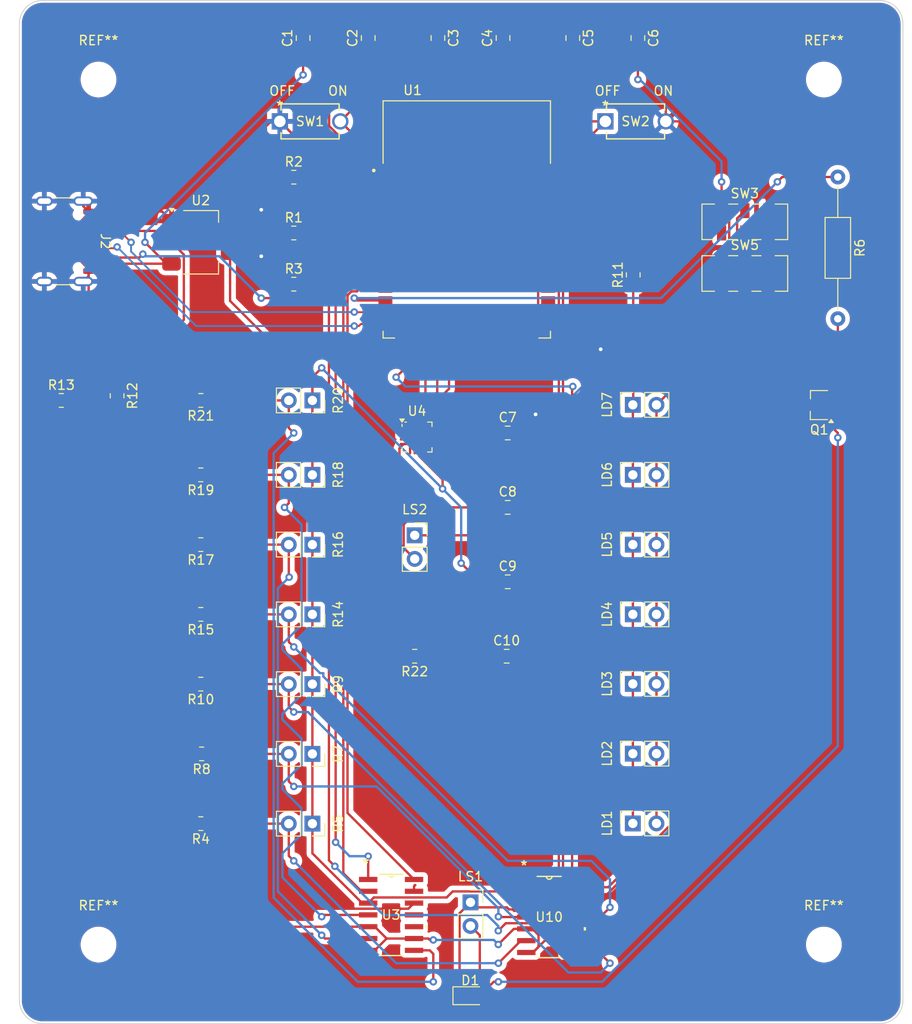
<source format=kicad_pcb>
(kicad_pcb (version 20240108) (generator "pcbnew") (generator_version "8.0")
  (layers (0 "F.Cu" signal) (31 "B.Cu" signal) (34 "B.Paste" user) (35 "F.Paste" user) (36 "B.SilkS" user "B.Silkscreen") (37 "F.SilkS" user "F.Silkscreen") (38 "B.Mask" user) (39 "F.Mask" user) (44 "Edge.Cuts" user))
  (net 0 "")
  (net 1 "+5V")
  (net 2 "GND")
  (net 3 "+3.3V")
  (net 4 "Net-(U1-EN)")
  (net 5 "Net-(U1-GPIO0)")
  (net 6 "Net-(D1-K)")
  (net 7 "Net-(D1-A)")
  (net 8 "Net-(J2-CC2)")
  (net 9 "/D+")
  (net 10 "/D-")
  (net 12 "Net-(J2-CC1)")
  (net 14 "/Laser Ground")
  (net 15 "/3.3V_Switch")
  (net 16 "Net-(Q1-B)")
  (net 17 "/D0")
  (net 18 "/Speaker")
  (net 19 "/D1")
  (net 20 "/D2")
  (net 21 "/3.3V_0.75")
  (net 22 "/D3")
  (net 23 "/D4")
  (net 24 "/D5")
  (net 25 "/D6")
  (net 26 "/A4")
  (net 32 "Net-(U4-OUTN)")
  (net 33 "/A6")
  (net 35 "/A0")
  (net 39 "/A2")
  (net 40 "/A1")
  (net 41 "Net-(U4-OUTP)")
  (net 48 "/A3")
  (net 52 "/A5")
  (net 53 "Net-(U4-~{SD_MODE})")
  (net 59 "unconnected-(U3-OUT4-Pad13)")
  (net 61 "/I2S2")
  (net 62 "/I2S1")
  (net 63 "/I2S3")
  (footprint "Capacitor_SMD:C_0805_2012Metric_Pad1.18x1.45mm_HandSolder" (layer "F.Cu") (at 149 86)
    (property "Reference" "C7")
    (property "Value" "220pF")
  )
  (footprint "MountingHole:MountingHole_3.2mm_M3" (layer "F.Cu") (at 105 141)
    (property "Reference" "REF**")
    (property "Value" "MountingHole_3.2mm_M3")
  )
  (footprint "Package_TO_SOT_SMD:TSOT-23_HandSoldering" (layer "F.Cu") (at 182.5 83 180)
    (property "Reference" "Q1")
    (property "Value" "NPN")
  )
  (footprint "footprints 2:SWDIP2_256X170P100" (layer "F.Cu") (at 131 52.5)
    (property "Reference" "SW1")
    (property "Value" "Reset")
  )
  (footprint "footprints 2:SWDIP2_256X170P100" (layer "F.Cu") (at 166 52.5)
    (property "Reference" "SW2")
    (property "Value" "Boot")
  )
  (footprint "footprints:D14" (layer "F.Cu") (at 153.4638 138.04)
    (property "Reference" "U10")
    (property "Value" "LM339DR")
  )
  (footprint "Resistor_SMD:R_0805_2012Metric_Pad1.20x1.40mm_HandSolder" (layer "F.Cu") (at 126 70)
    (property "Reference" "R3")
    (property "Value" "5.1 k")
  )
  (footprint "Connector_PinSocket_2.54mm:PinSocket_1x02_P2.54mm_Vertical" (layer "F.Cu") (at 139 97)
    (property "Reference" "LS2")
    (property "Value" "Speaker")
  )
  (footprint "Capacitor_SMD:C_0805_2012Metric_Pad1.18x1.45mm_HandSolder" (layer "F.Cu") (at 149 94)
    (property "Reference" "C8")
    (property "Value" "220pF")
  )
  (footprint "Capacitor_SMD:C_0805_2012Metric_Pad1.18x1.45mm_HandSolder" (layer "F.Cu") (at 141.5 43.5375 -90)
    (property "Reference" "C3")
    (property "Value" ".1uF")
  )
  (footprint "Resistor_SMD:R_0805_2012Metric_Pad1.20x1.40mm_HandSolder" (layer "F.Cu") (at 107 82 -90)
    (property "Reference" "R12")
    (property "Value" "60k")
  )
  (footprint "Resistor_SMD:R_0805_2012Metric_Pad1.20x1.40mm_HandSolder" (layer "F.Cu") (at 116 90.5 180)
    (property "Reference" "R19")
    (property "Value" "60k")
  )
  (footprint "Connector_PinSocket_2.54mm:PinSocket_1x02_P2.54mm_Vertical" (layer "F.Cu") (at 128 113 -90)
    (property "Reference" "R9")
    (property "Value" "R_Photo")
  )
  (footprint "Resistor_SMD:R_0805_2012Metric_Pad1.20x1.40mm_HandSolder" (layer "F.Cu") (at 101 82.5)
    (property "Reference" "R13")
    (property "Value" "180k")
  )
  (footprint "Connector_PinSocket_2.54mm:PinSocket_1x02_P2.54mm_Vertical" (layer "F.Cu") (at 145 136.46)
    (property "Reference" "LS1")
    (property "Value" "Speaker")
  )
  (footprint "Connector_PinSocket_2.54mm:PinSocket_1x02_P2.54mm_Vertical" (layer "F.Cu") (at 128 105.5 -90)
    (property "Reference" "R14")
    (property "Value" "R_Photo")
  )
  (footprint "Connector_PinSocket_2.54mm:PinSocket_1x02_P2.54mm_Vertical" (layer "F.Cu") (at 128 90.5 -90)
    (property "Reference" "R18")
    (property "Value" "R_Photo")
  )
  (footprint "Connector_PinSocket_2.54mm:PinSocket_1x02_P2.54mm_Vertical" (layer "F.Cu") (at 162.46 112.975 90)
    (property "Reference" "LD3")
    (property "Value" "SPL_PL90")
  )
  (footprint "Resistor_SMD:R_0805_2012Metric_Pad1.20x1.40mm_HandSolder" (layer "F.Cu") (at 116 113 180)
    (property "Reference" "R10")
    (property "Value" "60k")
  )
  (footprint "Resistor_SMD:R_0805_2012Metric_Pad1.20x1.40mm_HandSolder" (layer "F.Cu") (at 162.5 69 90)
    (property "Reference" "R11")
    (property "Value" "91")
  )
  (footprint "Connector_PinSocket_2.54mm:PinSocket_1x02_P2.54mm_Vertical" (layer "F.Cu") (at 162.46 82.975 90)
    (property "Reference" "LD7")
    (property "Value" "SPL_PL90")
  )
  (footprint "Connector_PinSocket_2.54mm:PinSocket_1x02_P2.54mm_Vertical" (layer "F.Cu") (at 128 98 -90)
    (property "Reference" "R16")
    (property "Value" "R_Photo")
  )
  (footprint "Connector_PinSocket_2.54mm:PinSocket_1x02_P2.54mm_Vertical" (layer "F.Cu") (at 162.46 127.975 90)
    (property "Reference" "LD1")
    (property "Value" "SPL_PL90")
  )
  (footprint "Resistor_SMD:R_0805_2012Metric_Pad1.20x1.40mm_HandSolder" (layer "F.Cu") (at 126 64.5)
    (property "Reference" "R1")
    (property "Value" "10k")
  )
  (footprint "Connector_PinSocket_2.54mm:PinSocket_1x02_P2.54mm_Vertical" (layer "F.Cu") (at 162.46 120.475 90)
    (property "Reference" "LD2")
    (property "Value" "SPL_PL90")
  )
  (footprint "Capacitor_SMD:C_0805_2012Metric_Pad1.18x1.45mm_HandSolder" (layer "F.Cu") (at 148.8875 110)
    (property "Reference" "C10")
    (property "Value" "0.1uF")
  )
  (footprint "footprints:D14" (layer "F.Cu") (at 136.4638 137.81)
    (property "Reference" "U3")
    (property "Value" "LM339DR")
  )
  (footprint "Resistor_SMD:R_0805_2012Metric_Pad1.20x1.40mm_HandSolder" (layer "F.Cu") (at 126 58.5)
    (property "Reference" "R2")
    (property "Value" "5.1 k")
  )
  (footprint "Package_DFN_QFN:TQFN-16-1EP_3x3mm_P0.5mm_EP1.23x1.23mm" (layer "F.Cu") (at 139.25 86.4375)
    (property "Reference" "U4")
    (property "Value" "MAX98357A")
  )
  (footprint "Resistor_SMD:R_0805_2012Metric_Pad1.20x1.40mm_HandSolder" (layer "F.Cu") (at 116 98 180)
    (property "Reference" "R17")
    (property "Value" "60k")
  )
  (footprint "Capacitor_SMD:C_0805_2012Metric_Pad1.18x1.45mm_HandSolder" (layer "F.Cu") (at 127 43.5375 90)
    (property "Reference" "C1")
    (property "Value" "100nF")
  )
  (footprint "Capacitor_SMD:C_0805_2012Metric_Pad1.18x1.45mm_HandSolder" (layer "F.Cu") (at 163 43.5375 -90)
    (property "Reference" "C6")
    (property "Value" ".1uF")
  )
  (footprint "Button_Switch_SMD:SW_DPDT_CK_JS202011JCQN" (layer "F.Cu") (at 174.5 63.3)
    (property "Reference" "SW3")
    (property "Value" "SW_SPDT")
  )
  (footprint "Connector_PinSocket_2.54mm:PinSocket_1x02_P2.54mm_Vertical" (layer "F.Cu") (at 128 120.5 -90)
    (property "Reference" "R7")
    (property "Value" "R_Photo")
  )
  (footprint "Capacitor_SMD:C_0805_2012Metric_Pad1.18x1.45mm_HandSolder" (layer "F.Cu") (at 149 102)
    (property "Reference" "C9")
    (property "Value" "10uF")
  )
  (footprint "Connector_USB:USB_C_Receptacle_GCT_USB4105-xx-A_16P_TopMnt_Horizontal" (layer "F.Cu") (at 100.255 65.39 -90)
    (property "Reference" "J2")
    (property "Value" "USB_C_Receptacle_USB2.0")
  )
  (footprint "MountingHole:MountingHole_3.2mm_M3" (layer "F.Cu") (at 183 141)
    (property "Reference" "REF**")
    (property "Value" "MountingHole_3.2mm_M3")
  )
  (footprint "Connector_PinSocket_2.54mm:PinSocket_1x02_P2.54mm_Vertical" (layer "F.Cu") (at 128 128 -90)
    (property "Reference" "R5")
    (property "Value" "R_Photo")
  )
  (footprint "Package_TO_SOT_SMD:SOT-223-3_TabPin2" (layer "F.Cu") (at 116 65.5)
    (property "Reference" "U2")
    (property "Value" "LD1117S33TR_SOT223")
  )
  (footprint "Connector_PinSocket_2.54mm:PinSocket_1x02_P2.54mm_Vertical" (layer "F.Cu") (at 162.46 105.5 90)
    (property "Reference" "LD4")
    (property "Value" "SPL_PL90")
  )
  (footprint "Resistor_SMD:R_0805_2012Metric_Pad1.20x1.40mm_HandSolder" (layer "F.Cu") (at 116 128 180)
    (property "Reference" "R4")
    (property "Value" "60k")
  )
  (footprint "ESP32_S2_SOLO_N4:XCVR_ESP32-S2-SOLO-N4" (layer "F.Cu") (at 144.6 63.04)
    (property "Reference" "U1")
    (property "Value" "ESP32-S2-SOLO")
  )
  (footprint "Resistor_THT:R_Axial_DIN0207_L6.3mm_D2.5mm_P15.24mm_Horizontal" (layer "F.Cu") (at 184.5 58.48 -90)
    (property "Reference" "R6")
    (property "Value" "R_Variable")
  )
  (footprint "Button_Switch_SMD:SW_DPDT_CK_JS202011JCQN" (layer "F.Cu") (at 174.5 68.85)
    (property "Reference" "SW5")
    (property "Value" "SW_SPDT")
  )
  (footprint "Capacitor_SMD:C_0805_2012Metric_Pad1.18x1.45mm_HandSolder" (layer "F.Cu") (at 156 43.5375 -90)
    (property "Reference" "C5")
    (property "Value" "1uF")
  )
  (footprint "Capacitor_SMD:C_0805_2012Metric_Pad1.18x1.45mm_HandSolder" (layer "F.Cu") (at 148.5 43.5375 90)
    (property "Reference" "C4")
    (property "Value" ".1uF")
  )
  (footprint "Resistor_SMD:R_0805_2012Metric_Pad1.20x1.40mm_HandSolder" (layer "F.Cu") (at 139 110 180)
    (property "Reference" "R22")
    (property "Value" "1M")
  )
  (footprint "Resistor_SMD:R_0805_2012Metric_Pad1.20x1.40mm_HandSolder" (layer "F.Cu") (at 116 82.5 180)
    (property "Reference" "R21")
    (property "Value" "60k")
  )
  (footprint "Connector_PinSocket_2.54mm:PinSocket_1x02_P2.54mm_Vertical" (layer "F.Cu") (at 162.46 98 90)
    (property "Reference" "LD5")
    (property "Value" "SPL_PL90")
  )
  (footprint "Capacitor_SMD:C_0805_2012Metric_Pad1.18x1.45mm_HandSolder" (layer "F.Cu") (at 134 43.5375 90)
    (property "Reference" "C2")
    (property "Value" "10uF")
  )
  (footprint "Connector_PinSocket_2.54mm:PinSocket_1x02_P2.54mm_Vertical" (layer "F.Cu") (at 128 82.5 -90)
    (property "Reference" "R20")
    (property "Value" "R_Photo")
  )
  (footprint "Resistor_SMD:R_0805_2012Metric" (layer "F.Cu") (at 116.0875 120.5 180)
    (property "Reference" "R8")
    (property "Value" "60k")
  )
  (footprint "Resistor_SMD:R_0805_2012Metric_Pad1.20x1.40mm_HandSolder" (layer "F.Cu") (at 116 105.5 180)
    (property "Reference" "R15")
    (property "Value" "60k")
  )
  (footprint "Connector_PinSocket_2.54mm:PinSocket_1x02_P2.54mm_Vertical" (layer "F.Cu") (at 162.46 90.5 90)
    (property "Reference" "LD6")
    (property "Value" "SPL_PL90")
  )
  (footprint "MountingHole:MountingHole_3.2mm_M3" (layer "F.Cu") (at 105 48)
    (property "Reference" "REF**")
    (property "Value" "MountingHole_3.2mm_M3")
  )
  (footprint "MountingHole:MountingHole_3.2mm_M3" (layer "F.Cu") (at 183 48)
    (property "Reference" "REF**")
    (property "Value" "MountingHole_3.2mm_M3")
  )
  (footprint "Diode_SMD:D_0805_2012Metric_Pad1.15x1.40mm_HandSolder" (layer "F.Cu") (at 144.975 146.5)
    (property "Reference" "D1")
    (property "Value" "1N4148WT")
  )
  (gr_arc (start 191.5 147) (mid 190.767767 148.767767) (end 189 149.5) (stroke (width 0.1)) (layer "Edge.Cuts"))
  (gr_arc (start 189 39.5) (mid 190.767767 40.232233) (end 191.5 42) (stroke (width 0.1)) (layer "Edge.Cuts"))
  (gr_arc (start 99 149.5) (mid 97.232233 148.767767) (end 96.5 147) (stroke (width 0.1)) (layer "Edge.Cuts"))
  (gr_line (start 189 39.5) (end 99 39.5) (stroke (width 0.1)) (layer "Edge.Cuts"))
  (gr_line (start 96.5 69.5) (end 96.5 147) (stroke (width 0.1)) (layer "Edge.Cuts"))
  (gr_line (start 96.5 69.5) (end 96.5 42) (stroke (width 0.1)) (layer "Edge.Cuts"))
  (gr_arc (start 96.5 42) (mid 97.232233 40.232233) (end 99 39.5) (stroke (width 0.1)) (layer "Edge.Cuts"))
  (gr_line (start 191.5 147) (end 191.5 42) (stroke (width 0.1)) (layer "Edge.Cuts"))
  (gr_line (start 99 149.5) (end 189 149.5) (stroke (width 0.1)) (layer "Edge.Cuts"))
  (segment (start 127 44.575) (end 127 47.5) (width 0.25) (layer "F.Cu") (net 1))
  (segment (start 103.360001 67.79) (end 103.935 67.79) (width 0.25) (layer "F.Cu") (net 1))
  (segment (start 112.3 67.8) (end 112.85 67.8) (width 0.25) (layer "F.Cu") (net 1))
  (segment (start 103.360001 62.99) (end 102.575 63.775001) (width 0.25) (layer "F.Cu") (net 1))
  (segment (start 112.85 67.8) (end 103.945 67.8) (width 0.25) (layer "F.Cu") (net 1))
  (segment (start 103.945 67.8) (end 103.935 67.79) (width 0.25) (layer "F.Cu") (net 1))
  (segment (start 103.935 62.99) (end 103.360001 62.99) (width 0.25) (layer "F.Cu") (net 1))
  (segment (start 110 65.5) (end 112.3 67.8) (width 0.25) (layer "F.Cu") (net 1))
  (segment (start 102.575 63.775001) (end 102.575 67.004999) (width 0.25) (layer "F.Cu") (net 1))
  (segment (start 102.575 67.004999) (end 103.360001 67.79) (width 0.25) (layer "F.Cu") (net 1))
  (via (at 127 47.5) (size 0.8) (drill 0.4) (layers "F.Cu" "B.Cu") (net 1))
  (via (at 110 65.5) (size 0.8) (drill 0.4) (layers "F.Cu" "B.Cu") (net 1))
  (segment (start 110 65.5) (end 110 64.5) (width 0.25) (layer "B.Cu") (net 1))
  (segment (start 110 64.5) (end 127 47.5) (width 0.25) (layer "B.Cu") (net 1))
  (segment (start 127 42.5) (end 134 42.5) (width 0.25) (layer "F.Cu") (net 2))
  (segment (start 150.0375 94) (end 150.0375 86) (width 0.25) (layer "F.Cu") (net 2))
  (segment (start 168.5 52.5) (end 177 61) (width 0.25) (layer "F.Cu") (net 2))
  (segment (start 147.3799 84.95) (end 148.9875 84.95) (width 0.25) (layer "F.Cu") (net 2))
  (segment (start 180.79 114.483097) (end 180.79 83) (width 0.25) (layer "F.Cu") (net 2))
  (segment (start 156 42.5) (end 163 42.5) (width 0.25) (layer "F.Cu") (net 2))
  (segment (start 122.5 67.5) (end 122.5 67) (width 0.25) (layer "F.Cu") (net 2))
  (segment (start 103.36 61.615) (end 103.935 62.19) (width 0.25) (layer "F.Cu") (net 2))
  (segment (start 124.4976 45.0024) (end 127 42.5) (width 0.25) (layer "F.Cu") (net 2))
  (segment (start 124.4976 52.5) (end 124.4976 45.0024) (width 0.25) (layer "F.Cu") (net 2))
  (segment (start 103.935 69.135) (end 103.36 69.71) (width 0.25) (layer "F.Cu") (net 2))
  (segment (start 146.1424 86.1875) (end 147.3799 84.95) (width 0.25) (layer "F.Cu") (net 2))
  (segment (start 135.85 57.78) (end 129.7776 57.78) (width 0.25) (layer "F.Cu") (net 2))
  (segment (start 115 120.675) (end 115.175 120.5) (width 0.25) (layer "F.Cu") (net 2))
  (segment (start 103.935 79.5551) (end 102 81.4901) (width 0.25) (layer "F.Cu") (net 2))
  (segment (start 166 52.5) (end 168.5 52.5) (width 0.25) (layer "F.Cu") (net 2))
  (segment (start 150.0375 102) (end 150.0375 94) (width 0.25) (layer "F.Cu") (net 2))
  (segment (start 166 45.5) (end 166 52.5) (width 0.25) (layer "F.Cu") (net 2))
  (segment (start 102 82.5) (end 102.425 82.075) (width 0.25) (layer "F.Cu") (net 2))
  (segment (start 152 84.0375) (end 152 84) (width 0.25) (layer "F.Cu") (net 2))
  (segment (start 150.0375 86) (end 152 84.0375) (width 0.25) (layer "F.Cu") (net 2))
  (segment (start 177.825 62.925) (end 177.825 66.825) (width 0.25) (layer "F.Cu") (net 2))
  (segment (start 149.925 102.15) (end 149.925 110) (width 0.25) (layer "F.Cu") (net 2))
  (segment (start 112.85 63.2) (end 123.55 52.5) (width 0.25) (layer "F.Cu") (net 2))
  (segment (start 102.425 82.075) (end 114.575 82.075) (width 0.25) (layer "F.Cu") (net 2))
  (segment (start 137.8125 86.6875) (end 138.32526 86.6875) (width 0.25) (layer "F.Cu") (net 2))
  (segment (start 177 67.65) (end 177.825 68.475) (width 0.25) (layer "F.Cu") (net 2))
  (segment (start 134 42.5) (end 141.5 42.5) (width 0.25) (layer "F.Cu") (net 2))
  (segment (start 125 70) (end 122.5 67.5) (width 0.25) (layer "F.Cu") (net 2))
  (segment (start 148.5 42.5) (end 156 42.5) (width 0.25) (layer "F.Cu") (net 2))
  (segment (start 111.84 62.19) (end 112.85 63.2) (width 0.25) (layer "F.Cu") (net 2))
  (segment (start 139 85.56224) (end 139.62526 86.1875) (width 0.25) (layer "F.Cu") (net 2))
  (segment (start 127 58.5) (end 127.72 57.78) (width 0.25) (layer "F.Cu") (net 2))
  (segment (start 159 71.5) (end 162.5 68) (width 0.25) (layer "F.Cu") (net 2))
  (segment (start 140.6875 86.1875) (end 146.1424 86.1875) (width 0.25) (layer "F.Cu") (net 2))
  (segment (start 177 62.1) (end 177.825 62.925) (width 0.25) (layer "F.Cu") (net 2))
  (segment (start 127.72 57.78) (end 135.85 57.78) (width 0.25) (layer "F.Cu") (net 2))
  (segment (start 99.18 69.71) (end 103.36 69.71) (width 0.25) (layer "F.Cu") (net 2))
  (segment (start 158.503097 136.77) (end 180.79 114.483097) (width 0.25) (layer "F.Cu") (net 2))
  (segment (start 99.18 79.68) (end 102 82.5) (width 0.25) (layer "F.Cu") (net 2))
  (segment (start 159 77) (end 159 71.5) (width 0.25) (layer "F.Cu") (net 2))
  (segment (start 177.825 66.825) (end 177 67.65) (width 0.25) (layer "F.Cu") (net 2))
  (segment (start 115 105.5) (end 115 113) (width 0.25) (layer "F.Cu") (net 2))
  (segment (start 177 61) (end 177 62.1) (width 0.25) (layer "F.Cu") (net 2))
  (segment (start 129.7776 57.78) (end 124.4976 52.5) (width 0.25) (layer "F.Cu") (net 2))
  (segment (start 114.575 82.075) (end 115 82.5) (width 0.25) (layer "F.Cu") (net 2))
  (segment (start 177.825 80.035) (end 180.79 83) (width 0.25) (layer "F.Cu") (net 2))
  (segment (start 115 128) (end 115 120.675) (width 0.25) (layer "F.Cu") (net 2))
  (segment (start 160.72 57.78) (end 153.35 57.78) (width 0.25) (layer "F.Cu") (net 2))
  (segment (start 162.5 56) (end 166 52.5) (width 0.25) (layer "F.Cu") (net 2))
  (segment (start 139 85) (end 139 85.56224) (width 0.25) (layer "F.Cu") (net 2))
  (segment (start 139 86.01276) (end 139 85) (width 0.25) (layer "F.Cu") (net 2))
  (segment (start 123.5 62) (end 127 58.5) (width 0.25) (layer "F.Cu") (net 2))
  (segment (start 103.935 62.19) (end 111.84 62.19) (width 0.25) (layer "F.Cu") (net 2))
  (segment (start 127 55.0024) (end 124.4976 52.5) (width 0.25) (layer "F.Cu") (net 2))
  (segment (start 115 90.5) (end 115 82.5) (width 0.25) (layer "F.Cu") (net 2))
  (segment (start 115 105.5) (end 115 98) (width 0.25) (layer "F.Cu") (net 2))
  (segment (start 124.1444 137.1444) (end 138.3232 137.1444) (width 0.25) (layer "F.Cu") (net 2))
  (segment (start 115 98) (end 115 90.5) (width 0.25) (layer "F.Cu") (net 2))
  (segment (start 115 128) (end 124.1444 137.1444) (width 0.25) (layer "F.Cu") (net 2))
  (segment (start 150.0375 102) (end 150.0375 102.0375) (width 0.25) (layer "F.Cu") (net 2))
  (segment (start 155.9276 136.77) (end 158.503097 136.77) (width 0.25) (layer "F.Cu") (net 2))
  (segment (start 163 42.5) (end 166 45.5) (width 0.25) (layer "F.Cu") (net 2))
  (segment (start 115 113) (end 115 120.325) (width 0.25) (layer "F.Cu") (net 2))
  (segment (start 103.36 61.07) (end 99.18 61.07) (width 0.25) (layer "F.Cu") (net 2))
  (segment (start 139.62526 86.1875) (end 140.6875 86.1875) (width 0.25) (layer "F.Cu") (net 2))
  (segment (start 141.5 42.5) (end 148.5 42.5) (width 0.25) (layer "F.Cu") (net 2))
  (segment (start 166 52.5) (end 160.72 57.78) (width 0.25) (layer "F.Cu") (net 2))
  (segment (start 177.825 68.475) (end 177.825 80.035) (width 0.25) (layer "F.Cu") (net 2))
  (segment (start 102 81.4901) (end 102 82.5) (width 0.25) (layer "F.Cu") (net 2))
  (segment (start 138.32526 86.6875) (end 139 86.01276) (width 0.25) (layer "F.Cu") (net 2))
  (segment (start 103.935 68.59) (end 103.935 69.135) (width 0.25) (layer "F.Cu") (net 2))
  (segment (start 103.935 68.59) (end 103.935 79.5551) (width 0.25) (layer "F.Cu") (net 2))
  (segment (start 122.5 62) (end 123.5 62) (width 0.25) (layer "F.Cu") (net 2))
  (segment (start 148.9875 84.95) (end 150.0375 86) (width 0.25) (layer "F.Cu") (net 2))
  (segment (start 99.18 69.71) (end 99.18 79.68) (width 0.25) (layer "F.Cu") (net 2))
  (segment (start 127 58.5) (end 127 55.0024) (width 0.25) (layer "F.Cu") (net 2))
  (segment (start 162.5 68) (end 162.5 56) (width 0.25) (layer "F.Cu") (net 2))
  (segment (start 123.55 52.5) (end 124.4976 52.5) (width 0.25) (layer "F.Cu") (net 2))
  (segment (start 150.0375 102.0375) (end 149.925 102.15) (width 0.25) (layer "F.Cu") (net 2))
  (segment (start 138.3232 137.1444) (end 138.9276 136.54) (width 0.25) (layer "F.Cu") (net 2))
  (segment (start 115 120.325) (end 115.175 120.5) (width 0.25) (layer "F.Cu") (net 2))
  (segment (start 103.36 61.07) (end 103.36 61.615) (width 0.25) (layer "F.Cu") (net 2))
  (via (at 122.5 62) (size 0.8) (drill 0.4) (layers "F.Cu" "B.Cu") (net 2))
  (via (at 122.5 67) (size 0.8) (drill 0.4) (layers "F.Cu" "B.Cu") (net 2))
  (via (at 159 77) (size 0.8) (drill 0.4) (layers "F.Cu" "B.Cu") (net 2))
  (via (at 152 84) (size 0.8) (drill 0.4) (layers "F.Cu" "B.Cu") (net 2))
  (segment (start 122.5 67) (end 122.5 66) (width 0.25) (layer "B.Cu") (net 2))
  (segment (start 154.025305 84) (end 159 79.025305) (width 0.25) (layer "B.Cu") (net 2))
  (segment (start 152 84) (end 154.025305 84) (width 0.25) (layer "B.Cu") (net 2))
  (segment (start 159 79.025305) (end 159 77) (width 0.25) (layer "B.Cu") (net 2))
  (segment (start 122.5 66) (end 122.5 62) (width 0.25) (layer "B.Cu") (net 2))
  (segment (start 112.85 65.5) (end 119.15 65.5) (width 0.25) (layer "F.Cu") (net 3))
  (segment (start 134 44.575) (end 134.9125 43.6625) (width 0.25) (layer "F.Cu") (net 3))
  (segment (start 128 105.5) (end 128 113) (width 0.25) (layer "F.Cu") (net 3))
  (segment (start 140 110) (end 147.85 110) (width 0.25) (layer "F.Cu") (net 3))
  (segment (start 172.825 66.825) (end 172 67.65) (width 0.25) (layer "F.Cu") (net 3))
  (segment (start 128 98) (end 128 105.5) (width 0.25) (layer "F.Cu") (net 3))
  (segment (start 134.9125 43.6625) (end 155.0875 43.6625) (width 0.25) (layer "F.Cu") (net 3))
  (segment (start 156 44.575) (end 163 44.575) (width 0.25) (layer "F.Cu") (net 3))
  (segment (start 112.85 65.5) (end 114.175 66.825) (width 0.25) (layer "F.Cu") (net 3))
  (segment (start 147.9625 109.8875) (end 147.85 110) (width 0.25) (layer "F.Cu") (net 3))
  (segment (start 155.0875 43.6625) (end 156 44.575) (width 0.25) (layer "F.Cu") (net 3))
  (segment (start 147.9625 102) (end 146 102) (width 0.25) (layer "F.Cu") (net 3))
  (segment (start 147.9625 102) (end 147.9625 109.8875) (width 0.25) (layer "F.Cu") (net 3))
  (segment (start 128 80.65) (end 119.15 71.8) (width 0.25) (layer "F.Cu") (net 3))
  (segment (start 129.7987 48.7763) (end 129.7987 52.997595) (width 0.25) (layer "F.Cu") (net 3))
  (segment (start 128 120.5) (end 128 128) (width 0.25) (layer "F.Cu") (net 3))
  (segment (start 129.7987 52.997595) (end 133.806105 57.005) (width 0.25) (layer "F.Cu") (net 3))
  (segment (start 129 79) (end 128 80) (width 0.25) (layer "F.Cu") (net 3))
  (segment (start 134 44.575) (end 129.7987 48.7763) (width 0.25) (layer "F.Cu") (net 3))
  (segment (start 149.3344 136.77) (end 151 136.77) (width 0.25) (layer "F.Cu") (net 3))
  (segment (start 163 45) (end 163 48) (width 0.25) (layer "F.Cu") (net 3))
  (segment (start 128 131.19) (end 133.35 136.54) (width 0.25) (layer "F.Cu") (net 3))
  (segment (start 119.15 65.5) (end 120.15 64.5) (width 0.25) (layer "F.Cu") (net 3))
  (segment (start 143.0862 135.285) (end 147.8494 135.285) (width 0.25) (layer "F.Cu") (net 3))
  (segment (start 128 120.5) (end 128 113) (width 0.25) (layer "F.Cu") (net 3))
  (segment (start 136.375 59.05) (end 135.85 59.05) (width 0.25) (layer "F.Cu") (net 3))
  (segment (start 139.5 87.875) (end 140 87.875) (width 0.25) (layer "F.Cu") (net 3))
  (segment (start 128 82.5) (end 128 90.5) (width 0.25) (layer "F.Cu") (net 3))
  (segment (start 136.925 58.5) (end 136.375 59.05) (width 0.25) (layer "F.Cu") (net 3))
  (segment (start 139.5 88.5) (end 139.5 87.875) (width 0.25) (layer "F.Cu") (net 3))
  (segment (start 114.175 73.825) (end 107 81) (width 0.25) (layer "F.Cu") (net 3))
  (segment (start 142.4356 135.9356) (end 143.0862 135.285) (width 0.25) (layer "F.Cu") (net 3))
  (segment (start 114.175 66.825) (end 114.175 73.825) (width 0.25) (layer "F.Cu") (net 3))
  (segment (start 119.15 71.8) (end 119.15 65.5) (width 0.25) (layer "F.Cu") (net 3))
  (segment (start 147.8494 135.285) (end 149.3344 136.77) (width 0.25) (layer "F.Cu") (net 3))
  (segment (start 163 44.575) (end 163 45) (width 0.25) (layer "F.Cu") (net 3))
  (segment (start 128 128) (end 128 131.19) (width 0.25) (layer "F.Cu") (net 3))
  (segment (start 134 136.54) (end 134.6044 135.9356) (width 0.25) (layer "F.Cu") (net 3))
  (segment (start 133.35 136.54) (end 134 136.54) (width 0.25) (layer "F.Cu") (net 3))
  (segment (start 142 92) (end 142 91) (width 0.25) (layer "F.Cu") (net 3))
  (segment (start 128 80) (end 128 82.5) (width 0.25) (layer "F.Cu") (net 3))
  (segment (start 172 59) (end 172 62.1) (width 0.25) (layer "F.Cu") (net 3))
  (segment (start 134.6044 135.9356) (end 142.4356 135.9356) (width 0.25) (layer "F.Cu") (net 3))
  (segment (start 133.806105 57.005) (end 136.925 57.005) (width 0.25) (layer "F.Cu") (net 3))
  (segment (start 172.825 62.925) (end 172.825 66.825) (width 0.25) (layer "F.Cu") (net 3))
  (segment (start 130.45 59.05) (end 135.85 59.05) (width 0.25) (layer "F.Cu") (net 3))
  (segment (start 146 102) (end 144 100) (width 0.25) (layer "F.Cu") (net 3))
  (segment (start 128 82.5) (end 128 80.65) (width 0.25) (layer "F.Cu") (net 3))
  (segment (start 142 91) (end 139.5 88.5) (width 0.25) (layer "F.Cu") (net 3))
  (segment (start 120.15 64.5) (end 125 64.5) (width 0.25) (layer "F.Cu") (net 3))
  (segment (start 125 64.5) (end 130.45 59.05) (width 0.25) (layer "F.Cu") (net 3))
  (segment (start 172 62.1) (end 172.825 62.925) (width 0.25) (layer "F.Cu") (net 3))
  (segment (start 136.925 57.005) (end 136.925 58.5) (width 0.25) (layer "F.Cu") (net 3))
  (segment (start 128 90.5) (end 128 98) (width 0.25) (layer "F.Cu") (net 3))
  (via (at 144 100) (size 0.8) (drill 0.4) (layers "F.Cu" "B.Cu") (net 3))
  (via (at 163 48) (size 0.8) (drill 0.4) (layers "F.Cu" "B.Cu") (net 3))
  (via (at 129 79) (size 0.8) (drill 0.4) (layers "F.Cu" "B.Cu") (net 3))
  (via (at 142 92) (size 0.8) (drill 0.4) (layers "F.Cu" "B.Cu") (net 3))
  (via (at 172 59) (size 0.8) (drill 0.4) (layers "F.Cu" "B.Cu") (net 3))
  (segment (start 172 59) (end 172 56.801105) (width 0.25) (layer "B.Cu") (net 3))
  (segment (start 142 92) (end 129 79) (width 0.25) (layer "B.Cu") (net 3))
  (segment (start 172 56.801105) (end 163.198895 48) (width 0.25) (layer "B.Cu") (net 3))
  (segment (start 144 100) (end 144 94) (width 0.25) (layer "B.Cu") (net 3))
  (segment (start 144 94) (end 142 92) (width 0.25) (layer "B.Cu") (net 3))
  (segment (start 163.198895 48) (end 163 48) (width 0.25) (layer "B.Cu") (net 3))
  (segment (start 137.375 59.795) (end 137.375 56.818604) (width 0.25) (layer "F.Cu") (net 4))
  (segment (start 136.971396 56.415) (end 134.915 56.415) (width 0.25) (layer "F.Cu") (net 4))
  (segment (start 131 52.5) (end 138.925 44.575) (width 0.25) (layer "F.Cu") (net 4))
  (segment (start 127 64.5) (end 131.18 60.32) (width 0.25) (layer "F.Cu") (net 4))
  (segment (start 134.915 56.415) (end 131 52.5) (width 0.25) (layer "F.Cu") (net 4))
  (segment (start 136.85 60.32) (end 137.375 59.795) (width 0.25) (layer "F.Cu") (net 4))
  (segment (start 138.925 44.575) (end 141.5 44.575) (width 0.25) (layer "F.Cu") (net 4))
  (segment (start 137.375 56.818604) (end 136.971396 56.415) (width 0.25) (layer "F.Cu") (net 4))
  (segment (start 131.18 60.32) (end 135.85 60.32) (width 0.25) (layer "F.Cu") (net 4))
  (segment (start 135.85 60.32) (end 136.85 60.32) (width 0.25) (layer "F.Cu") (net 4))
  (segment (start 156.425 52.5) (end 148.5 44.575) (width 0.25) (layer "F.Cu") (net 5))
  (segment (start 152.275 73.795) (end 152.275 57.005) (width 0.25) (layer "F.Cu") (net 5))
  (segment (start 152.77 74.29) (end 152.275 73.795) (width 0.25) (layer "F.Cu") (net 5))
  (segment (start 154.9926 57.005) (end 159.4976 52.5) (width 0.25) (layer "F.Cu") (net 5))
  (segment (start 153.35 74.29) (end 152.77 74.29) (width 0.25) (layer "F.Cu") (net 5))
  (segment (start 152.275 57.005) (end 154.9926 57.005) (width 0.25) (layer "F.Cu") (net 5))
  (segment (start 159.4976 52.5) (end 156.425 52.5) (width 0.25) (layer "F.Cu") (net 5))
  (segment (start 149.148004 137.22) (end 149.53 137.22) (width 0.25) (layer "F.Cu") (net 6))
  (segment (start 143.825 146.375) (end 143.95 146.5) (width 0.25) (layer "F.Cu") (net 6))
  (segment (start 149.53 137.22) (end 149.6844 137.3744) (width 0.25) (layer "F.Cu") (net 6))
  (segment (start 143.825 137.635) (end 143.825 146.375) (width 0.25) (layer "F.Cu") (net 6))
  (segment (start 148.928004 137) (end 149.148004 137.22) (width 0.25) (layer "F.Cu") (net 6))
  (segment (start 159.802301 134.8344) (end 175.325 119.311701) (width 0.25) (layer "F.Cu") (net 6))
  (segment (start 152.3156 137.3744) (end 154.8556 134.8344) (width 0.25) (layer "F.Cu") (net 6))
  (segment (start 175.325 68.475) (end 174.5 67.65) (width 0.25) (layer "F.Cu") (net 6))
  (segment (start 175.325 119.311701) (end 175.325 68.475) (width 0.25) (layer "F.Cu") (net 6))
  (segment (start 149.6844 137.3744) (end 152.3156 137.3744) (width 0.25) (layer "F.Cu") (net 6))
  (segment (start 154.8556 134.8344) (end 159.802301 134.8344) (width 0.25) (layer "F.Cu") (net 6))
  (segment (start 145 136.46) (end 145.54 137) (width 0.25) (layer "F.Cu") (net 6))
  (segment (start 145.54 137) (end 148.928004 137) (width 0.25) (layer "F.Cu") (net 6))
  (segment (start 145 136.46) (end 143.825 137.635) (width 0.25) (layer "F.Cu") (net 6))
  (segment (start 184.5 86.5) (end 184.5 86) (width 0.25) (layer "F.Cu") (net 7))
  (segment (start 146 140) (end 145 139) (width 0.25) (layer "F.Cu") (net 7))
  (segment (start 184.5 86) (end 184.21 85.71) (width 0.25) (layer "F.Cu") (net 7))
  (segment (start 146 146.5) (end 146 140) (width 0.25) (layer "F.Cu") (net 7))
  (segment (start 184.21 85.71) (end 184.21 83.95) (width 0.25) (layer "F.Cu") (net 7))
  (segment (start 146 146.5) (end 147.5 145) (width 0.25) (layer "F.Cu") (net 7))
  (segment (start 147.5 145) (end 148 145) (width 0.25) (layer "F.Cu") (net 7))
  (via (at 184.5 86.5) (size 0.8) (drill 0.4) (layers "F.Cu" "B.Cu") (net 7))
  (via (at 148 145) (size 0.8) (drill 0.4) (layers "F.Cu" "B.Cu") (net 7))
  (segment (start 184.5 119.661701) (end 184.5 86.5) (width 0.25) (layer "B.Cu") (net 7))
  (segment (start 159.161701 145) (end 184.5 119.661701) (width 0.25) (layer "B.Cu") (net 7))
  (segment (start 148 145) (end 159.161701 145) (width 0.25) (layer "B.Cu") (net 7))
  (segment (start 122.5 71.5) (end 125.5 71.5) (width 0.25) (layer "F.Cu") (net 8))
  (segment (start 109.399873 67.14) (end 103.935 67.14) (width 0.25) (layer "F.Cu") (net 8))
  (segment (start 125.5 71.5) (end 127 70) (width 0.25) (layer "F.Cu") (net 8))
  (segment (start 109.769937 66.769936) (end 109.399873 67.14) (width 0.25) (layer "F.Cu") (net 8))
  (via (at 109.769937 66.769936) (size 0.8) (drill 0.4) (layers "F.Cu" "B.Cu") (net 8))
  (via (at 122.5 71.5) (size 0.8) (drill 0.4) (layers "F.Cu" "B.Cu") (net 8))
  (segment (start 109.769937 66.769936) (end 110.000001 67) (width 0.25) (layer "B.Cu") (net 8))
  (segment (start 110.000001 67) (end 118 67) (width 0.25) (layer "B.Cu") (net 8))
  (segment (start 118 67) (end 122.5 71.5) (width 0.25) (layer "B.Cu") (net 8))
  (segment (start 132.5 74.5) (end 133 74.5) (width 0.2) (layer "F.Cu") (net 9))
  (segment (start 133 74.5) (end 133.21 74.29) (width 0.2) (layer "F.Cu") (net 9))
  (segment (start 105 66) (end 104.86 66.14) (width 0.2) (layer "F.Cu") (net 9))
  (segment (start 105 65.59759) (end 105 66) (width 0.2) (layer "F.Cu") (net 9))
  (segment (start 106.86 66.14) (end 103.935 66.14) (width 0.2) (layer "F.Cu") (net 9))
  (segment (start 133.21 74.29) (end 135.85 74.29) (width 0.2) (layer "F.Cu") (net 9))
  (segment (start 103.935 65.14) (end 104.54241 65.14) (width 0.2) (layer "F.Cu") (net 9))
  (segment (start 104.86 66.14) (end 103.935 66.14) (width 0.2) (layer "F.Cu") (net 9))
  (segment (start 107 66) (end 106.86 66.14) (width 0.2) (layer "F.Cu") (net 9))
  (segment (start 104.54241 65.14) (end 105 65.59759) (width 0.2) (layer "F.Cu") (net 9))
  (via (at 132.5 74.5) (size 0.8) (drill 0.4) (layers "F.Cu" "B.Cu") (net 9))
  (via (at 107 66) (size 0.8) (drill 0.4) (layers "F.Cu" "B.Cu") (net 9))
  (segment (start 115.5 74.5) (end 132.5 74.5) (width 0.2) (layer "B.Cu") (net 9))
  (segment (start 107 66) (end 115.5 74.5) (width 0.2) (layer "B.Cu") (net 9))
  (segment (start 108.5 65.5) (end 107.64 64.64) (width 0.2) (layer "F.Cu") (net 10))
  (segment (start 103.32759 64.64) (end 103.935 64.64) (width 0.2) (layer "F.Cu") (net 10))
  (segment (start 132.5 73) (end 132.52 73.02) (width 0.2) (layer "F.Cu") (net 10))
  (segment (start 103 64.96759) (end 103.32759 64.64) (width 0.2) (layer "F.Cu") (net 10))
  (segment (start 103 65.31241) (end 103 64.96759) (width 0.2) (layer "F.Cu") (net 10))
  (segment (start 107.64 64.64) (end 103.935 64.64) (width 0.2) (layer "F.Cu") (net 10))
  (segment (start 132.52 73.02) (end 135.85 73.02) (width 0.2) (layer "F.Cu") (net 10))
  (segment (start 103.935 65.64) (end 103.32759 65.64) (width 0.2) (layer "F.Cu") (net 10))
  (segment (start 103.32759 65.64) (end 103 65.31241) (width 0.2) (layer "F.Cu") (net 10))
  (via (at 132.5 73) (size 0.8) (drill 0.4) (layers "F.Cu" "B.Cu") (net 10))
  (via (at 108.5 65.5) (size 0.8) (drill 0.4) (layers "F.Cu" "B.Cu") (net 10))
  (segment (start 108.5 66.48995) (end 115.01005 73) (width 0.2) (layer "B.Cu") (net 10))
  (segment (start 108.5 65.5) (end 108.5 66.48995) (width 0.2) (layer "B.Cu") (net 10))
  (segment (start 115.01005 73) (end 132.5 73) (width 0.2) (layer "B.Cu") (net 10))
  (segment (start 113.76495 64.275) (end 108.275 64.275) (width 0.25) (layer "F.Cu") (net 12))
  (segment (start 108.275 64.275) (end 108.14 64.14) (width 0.25) (layer "F.Cu") (net 12))
  (segment (start 125 58.5) (end 119.53995 58.5) (width 0.25) (layer "F.Cu") (net 12))
  (segment (start 119.53995 58.5) (end 113.76495 64.275) (width 0.25) (layer "F.Cu") (net 12))
  (segment (start 108.14 64.14) (end 103.935 64.14) (width 0.25) (layer "F.Cu") (net 12))
  (segment (start 162.5 70) (end 162.5 82.935) (width 0.25) (layer "F.Cu") (net 14))
  (segment (start 162.46 120.475) (end 162.46 112.975) (width 0.25) (layer "F.Cu") (net 14))
  (segment (start 162.46 105.5) (end 162.46 98) (width 0.25) (layer "F.Cu") (net 14))
  (segment (start 162.46 98) (end 162.46 90.5) (width 0.25) (layer "F.Cu") (net 14))
  (segment (start 162.46 112.975) (end 162.46 105.5) (width 0.25) (layer "F.Cu") (net 14))
  (segment (start 162.46 127.975) (end 162.46 120.475) (width 0.25) (layer "F.Cu") (net 14))
  (segment (start 162.5 82.935) (end 162.46 82.975) (width 0.25) (layer "F.Cu") (net 14))
  (segment (start 162.46 90.5) (end 162.46 82.975) (width 0.25) (layer "F.Cu") (net 14))
  (segment (start 165 82.975) (end 165 90.5) (width 0.25) (layer "F.Cu") (net 15))
  (segment (start 173.675 62.925) (end 173.675 74.3) (width 0.25) (layer "F.Cu") (net 15))
  (segment (start 165 90.5) (end 165 98) (width 0.25) (layer "F.Cu") (net 15))
  (segment (start 165 120.475) (end 165 127.975) (width 0.25) (layer "F.Cu") (net 15))
  (segment (start 165 112.975) (end 165 120.475) (width 0.25) (layer "F.Cu") (net 15))
  (segment (start 165 105.5) (end 165 112.975) (width 0.25) (layer "F.Cu") (net 15))
  (segment (start 165 98) (end 165 105.5) (width 0.25) (layer "F.Cu") (net 15))
  (segment (start 174.5 62.1) (end 173.675 62.925) (width 0.25) (layer "F.Cu") (net 15))
  (segment (start 173.675 74.3) (end 165 82.975) (width 0.25) (layer "F.Cu") (net 15))
  (segment (start 184.5 73.72) (end 184.5 81.76) (width 0.25) (layer "F.Cu") (net 16))
  (segment (start 184.5 81.76) (end 184.21 82.05) (width 0.25) (layer "F.Cu") (net 16))
  (segment (start 150.42 140.58) (end 148 143) (width 0.25) (layer "F.Cu") (net 17))
  (segment (start 125.46 128) (end 117 128) (width 0.25) (layer "F.Cu") (net 17))
  (segment (start 151 140.58) (end 150.42 140.58) (width 0.25) (layer "F.Cu") (net 17))
  (segment (start 125.46 131.46) (end 125.46 128) (width 0.25) (layer "F.Cu") (net 17))
  (segment (start 126 132) (end 125.46 131.46) (width 0.25) (layer "F.Cu") (net 17))
  (via (at 126 132) (size 0.8) (drill 0.4) (layers "F.Cu" "B.Cu") (net 17))
  (via (at 148 143) (size 0.8) (drill 0.4) (layers "F.Cu" "B.Cu") (net 17))
  (segment (start 126 132) (end 137 143) (width 0.25) (layer "B.Cu") (net 17))
  (segment (start 137 143) (end 148 143) (width 0.25) (layer "B.Cu") (net 17))
  (segment (start 184.5 58.48) (end 178.52 58.48) (width 0.25) (layer "F.Cu") (net 18))
  (segment (start 132.5 71.5) (end 132.75 71.75) (width 0.25) (layer "F.Cu") (net 18))
  (segment (start 132.75 71.75) (end 135.85 71.75) (width 0.25) (layer "F.Cu") (net 18))
  (segment (start 178.52 58.48) (end 178 59) (width 0.25) (layer "F.Cu") (net 18))
  (via (at 132.5 71.5) (size 0.8) (drill 0.4) (layers "F.Cu" "B.Cu") (net 18))
  (via (at 178 59) (size 0.8) (drill 0.4) (layers "F.Cu" "B.Cu") (net 18))
  (segment (start 178 59) (end 165.5 71.5) (width 0.25) (layer "B.Cu") (net 18))
  (segment (start 165.5 71.5) (end 132.5 71.5) (width 0.25) (layer "B.Cu") (net 18))
  (segment (start 125.46 123.46) (end 126 124) (width 0.25) (layer "F.Cu") (net 19))
  (segment (start 125.46 120.5) (end 125.46 123.46) (width 0.25) (layer "F.Cu") (net 19))
  (segment (start 148.04 138.04) (end 151 138.04) (width 0.25) (layer "F.Cu") (net 19))
  (segment (start 148 138) (end 148.04 138.04) (width 0.25) (layer "F.Cu") (net 19))
  (segment (start 117 120.5) (end 125.46 120.5) (width 0.25) (layer "F.Cu") (net 19))
  (via (at 148 138) (size 0.8) (drill 0.4) (layers "F.Cu" "B.Cu") (net 19))
  (via (at 126 124) (size 0.8) (drill 0.4) (layers "F.Cu" "B.Cu") (net 19))
  (segment (start 126 124) (end 134.89 124) (width 0.25) (layer "B.Cu") (net 19))
  (segment (start 148 137.11) (end 148 138) (width 0.25) (layer "B.Cu") (net 19))
  (segment (start 134.89 124) (end 148 137.11) (width 0.25) (layer "B.Cu") (net 19))
  (segment (start 158.85 141.85) (end 155.9276 141.85) (width 0.25) (layer "F.Cu") (net 20))
  (segment (start 125.46 113) (end 117 113) (width 0.25) (layer "F.Cu") (net 20))
  (segment (start 160 143) (end 158.85 141.85) (width 0.25) (layer "F.Cu") (net 20))
  (segment (start 125.46 115.46) (end 126 116) (width 0.25) (layer "F.Cu") (net 20))
  (segment (start 125.46 113) (end 125.46 115.46) (width 0.25) (layer "F.Cu") (net 20))
  (via (at 126 116) (size 0.8) (drill 0.4) (layers "F.Cu" "B.Cu") (net 20))
  (via (at 160 143) (size 0.8) (drill 0.4) (layers "F.Cu" "B.Cu") (net 20))
  (segment (start 155.526396 144) (end 159 144) (width 0.25) (layer "B.Cu") (net 20))
  (segment (start 159 144) (end 160 143) (width 0.25) (layer "B.Cu") (net 20))
  (segment (start 127.526396 116) (end 155.526396 144) (width 0.25) (layer "B.Cu") (net 20))
  (segment (start 126 116) (end 127.526396 116) (width 0.25) (layer "B.Cu") (net 20))
  (segment (start 149.664694 139.31) (end 151 139.31) (width 0.25) (layer "F.Cu") (net 21))
  (segment (start 152.3156 139.9756) (end 152.3156 141.2456) (width 0.25) (layer "F.Cu") (net 21))
  (segment (start 106.475 83.525) (end 107 83) (width 0.25) (layer "F.Cu") (net 21))
  (segment (start 151.7112 141.85) (end 151 141.85) (width 0.25) (layer "F.Cu") (net 21))
  (segment (start 152.3156 141.2456) (end 151.7112 141.85) (width 0.25) (layer "F.Cu") (net 21))
  (segment (start 124.4599 139.08) (end 134 139.08) (width 0.25) (layer "F.Cu") (net 21))
  (segment (start 134 139.08) (end 134.7112 139.08) (width 0.25) (layer "F.Cu") (net 21))
  (segment (start 155.2164 138.04) (end 154.5 138.7564) (width 0.25) (layer "F.Cu") (net 21))
  (segment (start 101.025 83.525) (end 106.475 83.525) (width 0.25) (layer "F.Cu") (net 21))
  (segment (start 141 140.5) (end 140.623604 140.5) (width 0.25) (layer "F.Cu") (net 21))
  (segment (start 134 141.62) (end 134.7112 141.62) (width 0.25) (layer "F.Cu") (net 21))
  (segment (start 134.7112 141.62) (end 135.9812 140.35) (width 0.25) (layer "F.Cu") (net 21))
  (segment (start 107 83) (end 107 121.6201) (width 0.25) (layer "F.Cu") (net 21))
  (segment (start 140.623604 140.5) (end 140.473604 140.35) (width 0.25) (layer "F.Cu") (net 21))
  (segment (start 151.7112 141.85) (end 152.9812 140.58) (width 0.25) (layer "F.Cu") (net 21))
  (segment (start 147.987347 140.987347) (end 149.664694 139.31) (width 0.25) (layer "F.Cu") (net 21))
  (segment (start 107 121.6201) (end 124.4599 139.08) (width 0.25) (layer "F.Cu") (net 21))
  (segment (start 135.9812 140.35) (end 138.9276 140.35) (width 0.25) (layer "F.Cu") (net 21))
  (segment (start 154.5 138.7564) (end 154.5 140.08) (width 0.25) (layer "F.Cu") (net 21))
  (segment (start 100 82.5) (end 101.025 83.525) (width 0.25) (layer "F.Cu") (net 21))
  (segment (start 154.5 140.08) (end 155 140.58) (width 0.25) (layer "F.Cu") (net 21))
  (segment (start 152.9812 140.58) (end 155.9276 140.58) (width 0.25) (layer "F.Cu") (net 21))
  (segment (start 155 140.58) (end 155.9276 140.58) (width 0.25) (layer "F.Cu") (net 21))
  (segment (start 134.7112 139.08) (end 135.9812 140.35) (width 0.25) (layer "F.Cu") (net 21))
  (segment (start 155.9276 138.04) (end 155.2164 138.04) (width 0.25) (layer "F.Cu") (net 21))
  (segment (start 151.65 139.31) (end 152.3156 139.9756) (width 0.25) (layer "F.Cu") (net 21))
  (segment (start 151 139.31) (end 151.65 139.31) (width 0.25) (layer "F.Cu") (net 21))
  (segment (start 140.473604 140.35) (end 138.9276 140.35) (width 0.25) (layer "F.Cu") (net 21))
  (via (at 147.987347 140.987347) (size 0.8) (drill 0.4) (layers "F.Cu" "B.Cu") (net 21))
  (via (at 141 140.5) (size 0.8) (drill 0.4) (layers "F.Cu" "B.Cu") (net 21))
  (segment (start 147.5 140.5) (end 147.987347 140.987347) (width 0.25) (layer "B.Cu") (net 21))
  (segment (start 141 140.5) (end 147.5 140.5) (width 0.25) (layer "B.Cu") (net 21))
  (segment (start 125.46 105.5) (end 117 105.5) (width 0.25) (layer "F.Cu") (net 22))
  (segment (start 125.46 105.5) (end 125.46 108.46) (width 0.25) (layer "F.Cu") (net 22))
  (segment (start 157.69 139.31) (end 155.9276 139.31) (width 0.25) (layer "F.Cu") (net 22))
  (segment (start 160 137) (end 157.69 139.31) (width 0.25) (layer "F.Cu") (net 22))
  (segment (start 125.46 108.46) (end 126 109) (width 0.25) (layer "F.Cu") (net 22))
  (via (at 160 137) (size 0.8) (drill 0.4) (layers "F.Cu" "B.Cu") (net 22))
  (via (at 126 109) (size 0.8) (drill 0.4) (layers "F.Cu" "B.Cu") (net 22))
  (segment (start 160 137) (end 160 134) (width 0.25) (layer "B.Cu") (net 22))
  (segment (start 160 134) (end 158 132) (width 0.25) (layer "B.Cu") (net 22))
  (segment (start 128.825 111.825) (end 126 109) (width 0.25) (layer "B.Cu") (net 22))
  (segment (start 129.175 111.825) (end 128.825 111.825) (width 0.25) (layer "B.Cu") (net 22))
  (segment (start 158 132) (end 149 132) (width 0.25) (layer "B.Cu") (net 22))
  (segment (start 129.175 112.175) (end 129.175 111.825) (width 0.25) (layer "B.Cu") (net 22))
  (segment (start 149 132) (end 129.175 112.175) (width 0.25) (layer "B.Cu") (net 22))
  (segment (start 129 140) (end 129.35 140.35) (width 0.25) (layer "F.Cu") (net 23))
  (segment (start 125.46 98) (end 125.46 101.46) (width 0.25) (layer "F.Cu") (net 23))
  (segment (start 125.46 101.46) (end 125.5 101.5) (width 0.25) (layer "F.Cu") (net 23))
  (segment (start 117 98) (end 125.46 98) (width 0.25) (layer "F.Cu") (net 23))
  (segment (start 129.35 140.35) (end 134 140.35) (width 0.25) (layer "F.Cu") (net 23))
  (via (at 129 140) (size 0.8) (drill 0.4) (layers "F.Cu" "B.Cu") (net 23))
  (via (at 125.5 101.5) (size 0.8) (drill 0.4) (layers "F.Cu" "B.Cu") (net 23))
  (segment (start 124.285 102.715) (end 124.285 135.285) (width 0.25) (layer "B.Cu") (net 23))
  (segment (start 124.285 135.285) (end 129 140) (width 0.25) (layer "B.Cu") (net 23))
  (segment (start 125.5 101.5) (end 124.285 102.715) (width 0.25) (layer "B.Cu") (net 23))
  (segment (start 129.19 137.81) (end 134 137.81) (width 0.25) (layer "F.Cu") (net 24))
  (segment (start 129 138) (end 129.19 137.81) (width 0.25) (layer "F.Cu") (net 24))
  (segment (start 125.46 93.54) (end 125 94) (width 0.25) (layer "F.Cu") (net 24))
  (segment (start 125.46 90.5) (end 125.46 93.54) (width 0.25) (layer "F.Cu") (net 24))
  (segment (start 125.46 90.5) (end 117 90.5) (width 0.25) (layer "F.Cu") (net 24))
  (via (at 125 94) (size 0.8) (drill 0.4) (layers "F.Cu" "B.Cu") (net 24))
  (via (at 129 138) (size 0.8) (drill 0.4) (layers "F.Cu" "B.Cu") (net 24))
  (segment (start 126.799695 129.175) (end 126.799695 126.325) (width 0.25) (layer "B.Cu") (net 24))
  (segment (start 124.775 131.199695) (end 126.799695 129.175) (width 0.25) (layer "B.Cu") (net 24))
  (segment (start 126.825 106.649695) (end 126.825 95.825) (width 0.25) (layer "B.Cu") (net 24))
  (segment (start 124.775 133.775) (end 124.775 131.199695) (width 0.25) (layer "B.Cu") (net 24))
  (segment (start 124.775 123.699695) (end 126.825 121.649695) (width 0.25) (layer "B.Cu") (net 24))
  (segment (start 124.775 116.800305) (end 124.775 116.199695) (width 0.25) (layer "B.Cu") (net 24))
  (segment (start 126.825 121.649695) (end 126.825 118.850305) (width 0.25) (layer "B.Cu") (net 24))
  (segment (start 129 138) (end 124.775 133.775) (width 0.25) (layer "B.Cu") (net 24))
  (segment (start 124.775 124.300305) (end 124.775 123.699695) (width 0.25) (layer "B.Cu") (net 24))
  (segment (start 126.799695 126.325) (end 124.775 124.300305) (width 0.25) (layer "B.Cu") (net 24))
  (segment (start 124.775 108.699695) (end 126.825 106.649695) (width 0.25) (layer "B.Cu") (net 24))
  (segment (start 126.825 118.850305) (end 124.775 116.800305) (width 0.25) (layer "B.Cu") (net 24))
  (segment (start 126.825 111.350305) (end 124.775 109.300305) (width 0.25) (layer "B.Cu") (net 24))
  (segment (start 124.775 109.300305) (end 124.775 108.699695) (width 0.25) (layer "B.Cu") (net 24))
  (segment (start 126.825 95.825) (end 125 94) (width 0.25) (layer "B.Cu") (net 24))
  (segment (start 126.825 114.149695) (end 126.825 111.350305) (width 0.25) (layer "B.Cu") (net 24))
  (segment (start 124.775 116.199695) (end 126.825 114.149695) (width 0.25) (layer "B.Cu") (net 24))
  (segment (start 141 145) (end 141 142) (width 0.25) (layer "F.Cu") (net 25))
  (segment (start 141 142) (end 140.62 141.62) (width 0.25) (layer "F.Cu") (net 25))
  (segment (start 125.46 85.46) (end 126 86) (width 0.25) (layer "F.Cu") (net 25))
  (segment (start 140.62 141.62) (end 138.9276 141.62) (width 0.25) (layer "F.Cu") (net 25))
  (segment (start 125.46 82.5) (end 125.46 85.46) (width 0.25) (layer "F.Cu") (net 25))
  (segment (start 125.46 82.5) (end 117 82.5) (width 0.25) (layer "F.Cu") (net 25))
  (via (at 141 145) (size 0.8) (drill 0.4) (layers "F.Cu" "B.Cu") (net 25))
  (via (at 126 86) (size 0.8) (drill 0.4) (layers "F.Cu" "B.Cu") (net 25))
  (segment (start 123.835 88.165) (end 126 86) (width 0.25) (layer "B.Cu") (net 25))
  (segment (start 132.879 145) (end 123.835 135.956) (width 0.25) (layer "B.Cu") (net 25))
  (segment (start 141 145) (end 132.879 145) (width 0.25) (layer "B.Cu") (net 25))
  (segment (start 123.835 135.956) (end 123.835 88.165) (width 0.25) (layer "B.Cu") (net 25))
  (segment (start 134 131.5) (end 134 134) (width 0.25) (layer "F.Cu") (net 26))
  (segment (start 135.27 62.86) (end 135.85 62.86) (width 0.25) (layer "F.Cu") (net 26))
  (segment (start 130.5 67.63) (end 135.27 62.86) (width 0.25) (layer "F.Cu") (net 26))
  (segment (start 130.5 130) (end 130.5 67.63) (width 0.25) (layer "F.Cu") (net 26))
  (via (at 130.5 130) (size 0.8) (drill 0.4) (layers "F.Cu" "B.Cu") (net 26))
  (via (at 134 131.5) (size 0.8) (drill 0.4) (layers "F.Cu" "B.Cu") (net 26))
  (segment (start 132 131.5) (end 134 131.5) (width 0.25) (layer "B.Cu") (net 26))
  (segment (start 130.5 130) (end 132 131.5) (width 0.25) (layer "B.Cu") (net 26))
  (segment (start 139 97) (end 146.5951 97) (width 0.25) (layer "F.Cu") (net 32))
  (segment (start 147.275 86.6875) (end 140.6875 86.6875) (width 0.25) (layer "F.Cu") (net 32))
  (segment (start 146.5951 97) (end 148.875 94.7201) (width 0.25) (layer "F.Cu") (net 32))
  (segment (start 147.9625 86) (end 147.275 86.6875) (width 0.25) (layer "F.Cu") (net 32))
  (segment (start 148.875 94.7201) (end 148.875 93.2799) (width 0.25) (layer "F.Cu") (net 32))
  (segment (start 139 97) (end 138.2625 96.2625) (width 0.25) (layer "F.Cu") (net 32))
  (segment (start 148.875 93.2799) (end 142.2826 86.6875) (width 0.25) (layer "F.Cu") (net 32))
  (segment (start 142.2826 86.6875) (end 140.6875 86.6875) (width 0.25) (layer "F.Cu") (net 32))
  (segment (start 133.225 70.350305) (end 132.800305 70.775) (width 0.25) (layer "F.Cu") (net 33))
  (segment (start 132.800305 70.775) (end 132.199695 70.775) (width 0.25) (layer "F.Cu") (net 33))
  (segment (start 131.775 71.199695) (end 131.775 126.8474) (width 0.25) (layer "F.Cu") (net 33))
  (segment (start 135.85 65.4) (end 135.27 65.4) (width 0.25) (layer "F.Cu") (net 33))
  (segment (start 131.775 126.8474) (end 138.9276 134) (width 0.25) (layer "F.Cu") (net 33))
  (segment (start 132.199695 70.775) (end 131.775 71.199695) (width 0.25) (layer "F.Cu") (net 33))
  (segment (start 135.27 65.4) (end 133.225 67.445) (width 0.25) (layer "F.Cu") (net 33))
  (segment (start 133.225 67.445) (end 133.225 70.350305) (width 0.25) (layer "F.Cu") (net 33))
  (segment (start 154.35 59.05) (end 154.95 59.65) (width 0.25) (layer "F.Cu") (net 35))
  (segment (start 153.35 59.05) (end 154.35 59.05) (width 0.25) (layer "F.Cu") (net 35))
  (segment (start 150.35 134.23) (end 151 134.23) (width 0.25) (layer "F.Cu") (net 35))
  (segment (start 152.3156 136.1044) (end 149.6844 136.1044) (width 0.25) (layer "F.Cu") (net 35))
  (segment (start 154.95 133.47) (end 152.3156 136.1044) (width 0.25) (layer "F.Cu") (net 35))
  (segment (start 154.95 59.65) (end 154.95 133.47) (width 0.25) (layer "F.Cu") (net 35))
  (segment (start 149.6844 136.1044) (end 149.6844 134.8956) (width 0.25) (layer "F.Cu") (net 35))
  (segment (start 149.6844 134.8956) (end 150.35 134.23) (width 0.25) (layer "F.Cu") (net 35))
  (segment (start 137.615 79.385) (end 137.615 75.54) (width 0.25) (layer "F.Cu") (net 39))
  (segment (start 137 80) (end 137.615 79.385) (width 0.25) (layer "F.Cu") (net 39))
  (segment (start 155.9276 134.23) (end 155.9276 81.0724) (width 0.25) (layer "F.Cu") (net 39))
  (segment (start 155.9276 81.0724) (end 156 81) (width 0.25) (layer "F.Cu") (net 39))
  (via (at 137 80) (size 0.8) (drill 0.4) (layers "F.Cu" "B.Cu") (net 39))
  (via (at 156 81) (size 0.8) (drill 0.4) (layers "F.Cu" "B.Cu") (net 39))
  (segment (start 156 81) (end 138 81) (width 0.25) (layer "B.Cu") (net 39))
  (segment (start 138 81) (end 137 80) (width 0.25) (layer "B.Cu") (net 39))
  (segment (start 154.5 60.47) (end 154.5 132.7112) (width 0.25) (layer "F.Cu") (net 40))
  (segment (start 154.5 132.7112) (end 151.7112 135.5) (width 0.25) (layer "F.Cu") (net 40))
  (segment (start 151.7112 135.5) (end 151 135.5) (width 0.25) (layer "F.Cu") (net 40))
  (segment (start 153.35 60.32) (end 154.35 60.32) (width 0.25) (layer "F.Cu") (net 40))
  (segment (start 154.35 60.32) (end 154.5 60.47) (width 0.25) (layer "F.Cu") (net 40))
  (segment (start 137.8125 98.3525) (end 137.8125 95.8375) (width 0.25) (layer "F.Cu") (net 41))
  (segment (start 137.8125 95.8375) (end 139.65 94) (width 0.25) (layer "F.Cu") (net 41))
  (segment (start 139 99.54) (end 137.8125 98.3525) (width 0.25) (layer "F.Cu") (net 41))
  (segment (start 141.15 87.1875) (end 140.6875 87.1875) (width 0.25) (layer "F.Cu") (net 41))
  (segment (start 147.9625 94) (end 141.15 87.1875) (width 0.25) (layer "F.Cu") (net 41))
  (segment (start 139.65 94) (end 147.9625 94) (width 0.25) (layer "F.Cu") (net 41))
  (segment (start 129.775 66.665) (end 129.775 131.939694) (width 0.25) (layer "F.Cu") (net 48))
  (segment (start 148.7944 138.7056) (end 152.072 138.7056) (width 0.25) (layer "F.Cu") (net 48))
  (segment (start 135.85 61.59) (end 134.85 61.59) (width 0.25) (layer "F.Cu") (net 48))
  (segment (start 155.2776 135.5) (end 155.9276 135.5) (width 0.25) (layer "F.Cu") (net 48))
  (segment (start 134.85 61.59) (end 129.775 66.665) (width 0.25) (layer "F.Cu") (net 48))
  (segment (start 152.072 138.7056) (end 155.2776 135.5) (width 0.25) (layer "F.Cu") (net 48))
  (segment (start 147.987309 139.512691) (end 148.7944 138.7056) (width 0.25) (layer "F.Cu") (net 48))
  (segment (start 129.775 131.939694) (end 130.417653 132.582347) (width 0.25) (layer "F.Cu") (net 48))
  (via (at 147.987309 139.512691) (size 0.8) (drill 0.4) (layers "F.Cu" "B.Cu") (net 48))
  (via (at 130.417653 132.582347) (size 0.8) (drill 0.4) (layers "F.Cu" "B.Cu") (net 48))
  (segment (start 147.987309 139.012614) (end 146.799695 137.825) (width 0.25) (layer "B.Cu") (net 48))
  (segment (start 146.799695 137.825) (end 135.660306 137.825) (width 0.25) (layer "B.Cu") (net 48))
  (segment (start 135.660306 137.825) (end 130.417653 132.582347) (width 0.25) (layer "B.Cu") (net 48))
  (segment (start 147.987309 139.512691) (end 147.987309 139.012614) (width 0.25) (layer "B.Cu") (net 48))
  (segment (start 131.325 67.655) (end 131.325 133.325) (width 0.25) (layer "F.Cu") (net 52))
  (segment (start 133.27 135.27) (end 134 135.27) (width 0.25) (layer "F.Cu") (net 52))
  (segment (start 134.85 64.13) (end 131.325 67.655) (width 0.25) (layer "F.Cu") (net 52))
  (segment (start 135.85 64.13) (end 134.85 64.13) (width 0.25) (layer "F.Cu") (net 52))
  (segment (start 131.325 133.325) (end 133.27 135.27) (width 0.25) (layer "F.Cu") (net 52))
  (segment (start 138 110) (end 137.3625 109.3625) (width 0.25) (layer "F.Cu") (net 53))
  (segment (start 137.3625 109.3625) (end 137.3625 87.6375) (width 0.25) (layer "F.Cu") (net 53))
  (segment (start 137.3625 87.6375) (end 137.8125 87.1875) (width 0.25) (layer "F.Cu") (net 53))
  (segment (start 138.9276 135.27) (end 138.9276 134.7406) (width 0.25) (layer "F.Cu") (net 59))
  (segment (start 138.9276 134.7406) (end 139.0638 134.6044) (width 0.25) (layer "F.Cu") (net 59))
  (segment (start 139.0638 134.6044) (end 139 134.6044) (width 0.25) (layer "F.Cu") (net 59))
  (segment (start 138.5 84.53776) (end 138.5 85) (width 0.25) (layer "F.Cu") (net 61))
  (segment (start 141.425 81.61276) (end 138.5 84.53776) (width 0.25) (layer "F.Cu") (net 61))
  (segment (start 141.425 75.54) (end 141.425 81.61276) (width 0.25) (layer "F.Cu") (net 61))
  (segment (start 137.8125 84.588864) (end 137.8125 85.6875) (width 0.25) (layer "F.Cu") (net 62))
  (segment (start 140.155 75.54) (end 140.155 82.246364) (width 0.25) (layer "F.Cu") (net 62))
  (segment (start 140.155 82.246364) (end 137.8125 84.588864) (width 0.25) (layer "F.Cu") (net 62))
  (segment (start 142.695 75.54) (end 142.695 81.24276) (width 0.25) (layer "F.Cu") (net 63))
  (segment (start 139.5 84.43776) (end 139.5 85) (width 0.25) (layer "F.Cu") (net 63))
  (segment (start 142.695 81.24276) (end 139.5 84.43776) (width 0.25) (layer "F.Cu") (net 63))
  (zone (net 2) (net_name "GND") (layer "F.Cu") (connect_pads (clearance 0.5)) (min_thickness 0.25) (fill yes (thermal_gap 0.5) (thermal_bridge_width 0.5))
    (polygon (pts (xy 191.5 149.5) (xy 96.5 149.5) (xy 96.5 39.5) (xy 191.5 39.5)))
  )
  (zone (net 2) (net_name "GND") (layer "B.Cu") (priority 1) (connect_pads (clearance 0.5)) (min_thickness 0.25) (fill yes (thermal_gap 0.5) (thermal_bridge_width 0.5))
    (polygon (pts (xy 191.5 149.5) (xy 191.5 39.5) (xy 96.5 39.5) (xy 96.5 149.5)))
  )
)
</source>
